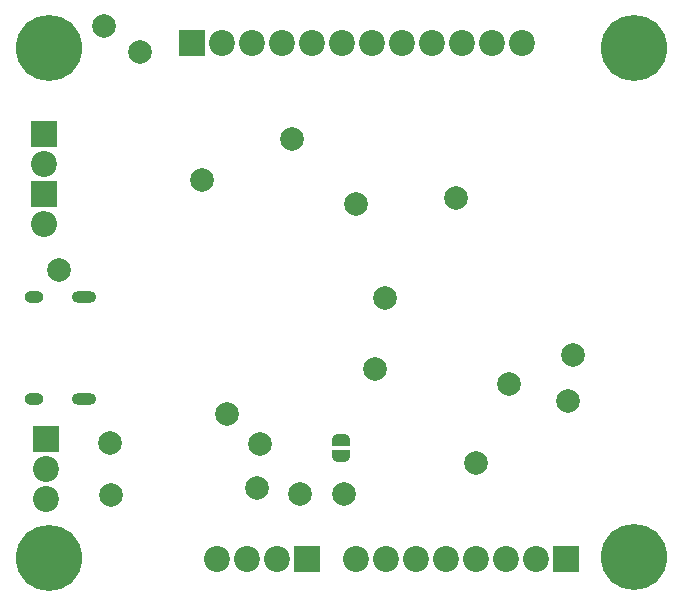
<source format=gbs>
G04 #@! TF.GenerationSoftware,KiCad,Pcbnew,8.0.6*
G04 #@! TF.CreationDate,2024-12-10T14:38:04-08:00*
G04 #@! TF.ProjectId,Constellation Stack V1.2,436f6e73-7465-46c6-9c61-74696f6e2053,rev?*
G04 #@! TF.SameCoordinates,Original*
G04 #@! TF.FileFunction,Soldermask,Bot*
G04 #@! TF.FilePolarity,Negative*
%FSLAX46Y46*%
G04 Gerber Fmt 4.6, Leading zero omitted, Abs format (unit mm)*
G04 Created by KiCad (PCBNEW 8.0.6) date 2024-12-10 14:38:04*
%MOMM*%
%LPD*%
G01*
G04 APERTURE LIST*
G04 Aperture macros list*
%AMFreePoly0*
4,1,19,0.500000,-0.750000,0.000000,-0.750000,0.000000,-0.744911,-0.071157,-0.744911,-0.207708,-0.704816,-0.327430,-0.627875,-0.420627,-0.520320,-0.479746,-0.390866,-0.500000,-0.250000,-0.500000,0.250000,-0.479746,0.390866,-0.420627,0.520320,-0.327430,0.627875,-0.207708,0.704816,-0.071157,0.744911,0.000000,0.744911,0.000000,0.750000,0.500000,0.750000,0.500000,-0.750000,0.500000,-0.750000,
$1*%
%AMFreePoly1*
4,1,19,0.000000,0.744911,0.071157,0.744911,0.207708,0.704816,0.327430,0.627875,0.420627,0.520320,0.479746,0.390866,0.500000,0.250000,0.500000,-0.250000,0.479746,-0.390866,0.420627,-0.520320,0.327430,-0.627875,0.207708,-0.704816,0.071157,-0.744911,0.000000,-0.744911,0.000000,-0.750000,-0.500000,-0.750000,-0.500000,0.750000,0.000000,0.750000,0.000000,0.744911,0.000000,0.744911,
$1*%
G04 Aperture macros list end*
%ADD10O,2.100000X1.000000*%
%ADD11O,1.600000X1.000000*%
%ADD12C,5.600000*%
%ADD13C,2.000000*%
%ADD14O,2.200000X2.200000*%
%ADD15R,2.200000X2.200000*%
%ADD16C,2.200000*%
%ADD17FreePoly0,90.000000*%
%ADD18FreePoly1,90.000000*%
G04 APERTURE END LIST*
D10*
X32120000Y-50350000D03*
D11*
X27940000Y-50350000D03*
D10*
X32120000Y-58990000D03*
D11*
X27940000Y-58990000D03*
D12*
X29210000Y-29210000D03*
X29210000Y-72390000D03*
X78740000Y-29210000D03*
X78740000Y-72380000D03*
D13*
X73540000Y-55260000D03*
X34410000Y-67130000D03*
X34370000Y-62680000D03*
X46810000Y-66500000D03*
X30010000Y-48060000D03*
D14*
X28790000Y-44160000D03*
D15*
X28790000Y-41620000D03*
D16*
X28790000Y-39080000D03*
D15*
X28790000Y-36540000D03*
D13*
X33860000Y-27360000D03*
X73090000Y-59160000D03*
X54170000Y-67000000D03*
X36880000Y-29630000D03*
D15*
X41260000Y-28850000D03*
D16*
X43800000Y-28850000D03*
X46340000Y-28850000D03*
X48880000Y-28850000D03*
X51420000Y-28850000D03*
X53960000Y-28850000D03*
X56500000Y-28850000D03*
X59040000Y-28850000D03*
X61580000Y-28850000D03*
X64120000Y-28850000D03*
X66660000Y-28850000D03*
X69200000Y-28850000D03*
D13*
X49750000Y-36960000D03*
X50450000Y-67000000D03*
X55190000Y-42440001D03*
X56810000Y-56400000D03*
X44280000Y-60270000D03*
X68090000Y-57670000D03*
X65330000Y-64400000D03*
X42160000Y-40440000D03*
D17*
X53890000Y-63777501D03*
D18*
X53890000Y-62477501D03*
D15*
X51050000Y-72520000D03*
D16*
X48510000Y-72520000D03*
X45970000Y-72520000D03*
X43430000Y-72520000D03*
D13*
X63670000Y-41940000D03*
X57640000Y-50440000D03*
D16*
X28910000Y-67460000D03*
X28910000Y-64920000D03*
D15*
X28910000Y-62380000D03*
X72930000Y-72530000D03*
D16*
X70390000Y-72530000D03*
X67850000Y-72530000D03*
X65310000Y-72530000D03*
X62770000Y-72530000D03*
X60230000Y-72530000D03*
X57690000Y-72530000D03*
X55150000Y-72530000D03*
D13*
X47070000Y-62810000D03*
M02*

</source>
